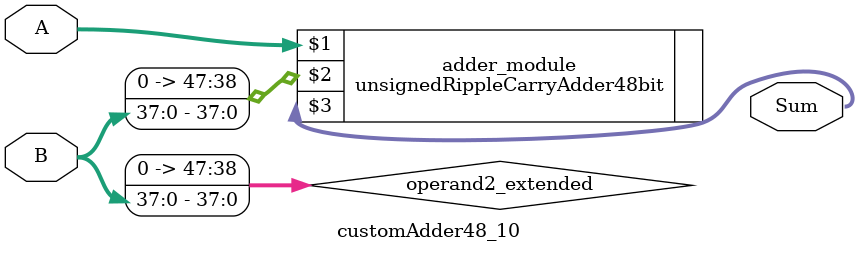
<source format=v>
module customAdder48_10(
                        input [47 : 0] A,
                        input [37 : 0] B,
                        
                        output [48 : 0] Sum
                );

        wire [47 : 0] operand2_extended;
        
        assign operand2_extended =  {10'b0, B};
        
        unsignedRippleCarryAdder48bit adder_module(
            A,
            operand2_extended,
            Sum
        );
        
        endmodule
        
</source>
